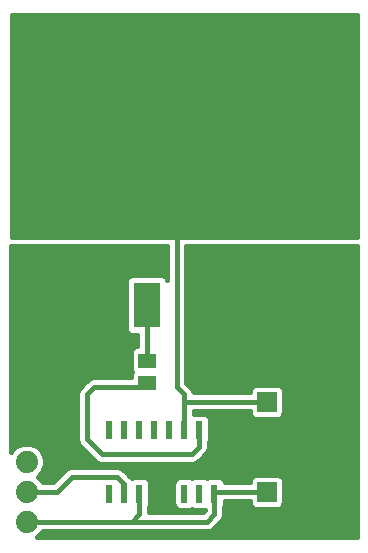
<source format=gtl>
G75*
%MOIN*%
%OFA0B0*%
%FSLAX24Y24*%
%IPPOS*%
%LPD*%
%AMOC8*
5,1,8,0,0,1.08239X$1,22.5*
%
%ADD10R,0.0240X0.0610*%
%ADD11R,0.0913X0.1500*%
%ADD12R,0.4331X0.3799*%
%ADD13R,0.0591X0.0512*%
%ADD14R,0.0650X0.0650*%
%ADD15C,0.0650*%
%ADD16C,0.0740*%
%ADD17C,0.0160*%
%ADD18R,0.1181X0.1181*%
D10*
X004240Y002240D03*
X004740Y002240D03*
X005240Y002240D03*
X005740Y002240D03*
X006240Y002240D03*
X006740Y002240D03*
X007240Y002240D03*
X007740Y002240D03*
X007740Y004360D03*
X007240Y004360D03*
X006740Y004360D03*
X006240Y004360D03*
X005740Y004360D03*
X005240Y004360D03*
X004740Y004360D03*
X004240Y004360D03*
D11*
X005490Y008526D03*
X007490Y008526D03*
D12*
X006490Y012924D03*
D13*
X005490Y006674D03*
X005490Y005926D03*
D14*
X009490Y005300D03*
X009490Y002300D03*
D15*
X009490Y003300D03*
X009490Y006300D03*
D16*
X001490Y001300D03*
X001490Y002300D03*
X001490Y003300D03*
D17*
X001889Y002836D02*
X002573Y002836D01*
X002415Y002678D02*
X001975Y002678D01*
X002007Y002646D02*
X001853Y002800D01*
X002007Y002954D01*
X002100Y003179D01*
X002100Y003421D01*
X002007Y003646D01*
X001836Y003817D01*
X001611Y003910D01*
X001369Y003910D01*
X001144Y003817D01*
X000973Y003646D01*
X000970Y003639D01*
X000970Y010480D01*
X006170Y010480D01*
X006170Y009364D01*
X006150Y009412D01*
X006083Y009480D01*
X005994Y009516D01*
X004986Y009516D01*
X004897Y009480D01*
X004830Y009412D01*
X004793Y009324D01*
X004793Y007729D01*
X004830Y007640D01*
X004897Y007573D01*
X004986Y007536D01*
X005170Y007536D01*
X005170Y007170D01*
X005147Y007170D01*
X005059Y007133D01*
X004991Y007066D01*
X004955Y006978D01*
X004955Y006370D01*
X004984Y006300D01*
X004955Y006230D01*
X004955Y006120D01*
X003676Y006120D01*
X003559Y006071D01*
X003469Y005981D01*
X003219Y005731D01*
X003170Y005614D01*
X003170Y003986D01*
X003219Y003869D01*
X003309Y003779D01*
X003809Y003279D01*
X003926Y003230D01*
X007054Y003230D01*
X007171Y003279D01*
X007261Y003369D01*
X007511Y003619D01*
X007560Y003736D01*
X007560Y003916D01*
X007563Y003919D01*
X007600Y004007D01*
X007600Y004713D01*
X007563Y004801D01*
X007496Y004868D01*
X007408Y004905D01*
X007072Y004905D01*
X007060Y004900D01*
X007060Y004980D01*
X008925Y004980D01*
X008925Y004927D01*
X008962Y004839D01*
X009029Y004772D01*
X009117Y004735D01*
X009863Y004735D01*
X009951Y004772D01*
X010018Y004839D01*
X010055Y004927D01*
X010055Y005673D01*
X010018Y005761D01*
X009951Y005828D01*
X009863Y005865D01*
X009117Y005865D01*
X009029Y005828D01*
X008962Y005761D01*
X008925Y005673D01*
X008925Y005620D01*
X007057Y005620D01*
X007011Y005731D01*
X006810Y005933D01*
X006810Y010480D01*
X012490Y010480D01*
X012490Y000780D01*
X001829Y000780D01*
X001836Y000783D01*
X002007Y000954D01*
X002018Y000980D01*
X007554Y000980D01*
X007671Y001029D01*
X007761Y001119D01*
X008011Y001369D01*
X008060Y001486D01*
X008060Y001796D01*
X008063Y001799D01*
X008100Y001887D01*
X008100Y001980D01*
X008925Y001980D01*
X008925Y001927D01*
X008962Y001839D01*
X009029Y001772D01*
X009117Y001735D01*
X009863Y001735D01*
X009951Y001772D01*
X010018Y001839D01*
X010055Y001927D01*
X010055Y002673D01*
X010018Y002761D01*
X009951Y002828D01*
X009863Y002865D01*
X009117Y002865D01*
X009029Y002828D01*
X008962Y002761D01*
X008925Y002673D01*
X008925Y002620D01*
X008089Y002620D01*
X008063Y002681D01*
X007996Y002748D01*
X007908Y002785D01*
X007572Y002785D01*
X007490Y002751D01*
X007408Y002785D01*
X007072Y002785D01*
X006990Y002751D01*
X006908Y002785D01*
X006572Y002785D01*
X006484Y002748D01*
X006417Y002681D01*
X006380Y002593D01*
X006380Y001887D01*
X006417Y001799D01*
X006484Y001732D01*
X006572Y001695D01*
X006908Y001695D01*
X006990Y001729D01*
X007072Y001695D01*
X007408Y001695D01*
X007420Y001700D01*
X007420Y001683D01*
X007357Y001620D01*
X005560Y001620D01*
X005560Y001796D01*
X005563Y001799D01*
X005600Y001887D01*
X005600Y002593D01*
X005563Y002681D01*
X005496Y002748D01*
X005408Y002785D01*
X005072Y002785D01*
X004991Y002751D01*
X004761Y002981D01*
X004671Y003071D01*
X004554Y003120D01*
X002926Y003120D01*
X002809Y003071D01*
X002357Y002620D01*
X002018Y002620D01*
X002007Y002646D01*
X002024Y002995D02*
X002732Y002995D01*
X002990Y002800D02*
X002490Y002300D01*
X001490Y002300D01*
X002089Y003153D02*
X012490Y003153D01*
X012490Y002995D02*
X004748Y002995D01*
X004907Y002836D02*
X009047Y002836D01*
X008927Y002678D02*
X008065Y002678D01*
X007800Y002300D02*
X007740Y002240D01*
X007740Y001550D01*
X007490Y001300D01*
X004990Y001300D01*
X005240Y001550D01*
X005240Y002240D01*
X005600Y002202D02*
X006380Y002202D01*
X006380Y002044D02*
X005600Y002044D01*
X005599Y001885D02*
X006381Y001885D01*
X006496Y001727D02*
X005560Y001727D01*
X005600Y002361D02*
X006380Y002361D01*
X006380Y002519D02*
X005600Y002519D01*
X005565Y002678D02*
X006415Y002678D01*
X006990Y003550D02*
X003990Y003550D01*
X003490Y004050D01*
X003490Y005550D01*
X003740Y005800D01*
X005364Y005800D01*
X005490Y005926D01*
X004974Y006323D02*
X000970Y006323D01*
X000970Y006165D02*
X004955Y006165D01*
X004955Y006482D02*
X000970Y006482D01*
X000970Y006640D02*
X004955Y006640D01*
X004955Y006799D02*
X000970Y006799D01*
X000970Y006957D02*
X004955Y006957D01*
X005041Y007116D02*
X000970Y007116D01*
X000970Y007274D02*
X005170Y007274D01*
X005170Y007433D02*
X000970Y007433D01*
X000970Y007591D02*
X004879Y007591D01*
X004793Y007750D02*
X000970Y007750D01*
X000970Y007908D02*
X004793Y007908D01*
X004793Y008067D02*
X000970Y008067D01*
X000970Y008225D02*
X004793Y008225D01*
X004793Y008384D02*
X000970Y008384D01*
X000970Y008542D02*
X004793Y008542D01*
X004793Y008701D02*
X000970Y008701D01*
X000970Y008859D02*
X004793Y008859D01*
X004793Y009018D02*
X000970Y009018D01*
X000970Y009176D02*
X004793Y009176D01*
X004798Y009335D02*
X000970Y009335D01*
X000970Y009493D02*
X004929Y009493D01*
X005490Y008526D02*
X005490Y006674D01*
X006490Y005800D02*
X006740Y005550D01*
X006740Y005300D01*
X009490Y005300D01*
X009870Y004738D02*
X012490Y004738D01*
X012490Y004580D02*
X007600Y004580D01*
X007590Y004738D02*
X009110Y004738D01*
X008938Y004897D02*
X007428Y004897D01*
X007600Y004421D02*
X012490Y004421D01*
X012490Y004263D02*
X007600Y004263D01*
X007600Y004104D02*
X012490Y004104D01*
X012490Y003946D02*
X007574Y003946D01*
X007560Y003787D02*
X012490Y003787D01*
X012490Y003629D02*
X007515Y003629D01*
X007363Y003470D02*
X012490Y003470D01*
X012490Y003312D02*
X007204Y003312D01*
X006990Y003550D02*
X007240Y003800D01*
X007240Y004360D01*
X006740Y004360D02*
X006740Y005300D01*
X007029Y005689D02*
X008932Y005689D01*
X009075Y005848D02*
X006895Y005848D01*
X006810Y006006D02*
X012490Y006006D01*
X012490Y005848D02*
X009905Y005848D01*
X010048Y005689D02*
X012490Y005689D01*
X012490Y005531D02*
X010055Y005531D01*
X010055Y005372D02*
X012490Y005372D01*
X012490Y005214D02*
X010055Y005214D01*
X010055Y005055D02*
X012490Y005055D01*
X012490Y004897D02*
X010042Y004897D01*
X009933Y002836D02*
X012490Y002836D01*
X012490Y002678D02*
X010053Y002678D01*
X010055Y002519D02*
X012490Y002519D01*
X012490Y002361D02*
X010055Y002361D01*
X010055Y002202D02*
X012490Y002202D01*
X012490Y002044D02*
X010055Y002044D01*
X010037Y001885D02*
X012490Y001885D01*
X012490Y001727D02*
X008060Y001727D01*
X008060Y001568D02*
X012490Y001568D01*
X012490Y001410D02*
X008028Y001410D01*
X007894Y001251D02*
X012490Y001251D01*
X012490Y001093D02*
X007735Y001093D01*
X008099Y001885D02*
X008943Y001885D01*
X009490Y002300D02*
X007800Y002300D01*
X006996Y001727D02*
X006984Y001727D01*
X004990Y001300D02*
X001490Y001300D01*
X001987Y000934D02*
X012490Y000934D01*
X012490Y006165D02*
X006810Y006165D01*
X006810Y006323D02*
X012490Y006323D01*
X012490Y006482D02*
X006810Y006482D01*
X006810Y006640D02*
X012490Y006640D01*
X012490Y006799D02*
X006810Y006799D01*
X006810Y006957D02*
X012490Y006957D01*
X012490Y007116D02*
X006810Y007116D01*
X006810Y007274D02*
X012490Y007274D01*
X012490Y007433D02*
X006810Y007433D01*
X006810Y007591D02*
X012490Y007591D01*
X012490Y007750D02*
X006810Y007750D01*
X006810Y007908D02*
X012490Y007908D01*
X012490Y008067D02*
X006810Y008067D01*
X006810Y008225D02*
X012490Y008225D01*
X012490Y008384D02*
X006810Y008384D01*
X006810Y008542D02*
X012490Y008542D01*
X012490Y008701D02*
X006810Y008701D01*
X006810Y008859D02*
X012490Y008859D01*
X012490Y009018D02*
X006810Y009018D01*
X006810Y009176D02*
X012490Y009176D01*
X012490Y009335D02*
X006810Y009335D01*
X006810Y009493D02*
X012490Y009493D01*
X012490Y009652D02*
X006810Y009652D01*
X006810Y009810D02*
X012490Y009810D01*
X012490Y009969D02*
X006810Y009969D01*
X006810Y010127D02*
X012490Y010127D01*
X012490Y010286D02*
X006810Y010286D01*
X006810Y010444D02*
X012490Y010444D01*
X012490Y010800D02*
X012490Y018190D01*
X000990Y018190D01*
X000990Y010800D01*
X012490Y010800D01*
X012490Y010920D02*
X000990Y010920D01*
X000990Y011078D02*
X012490Y011078D01*
X012490Y011237D02*
X000990Y011237D01*
X000990Y011395D02*
X012490Y011395D01*
X012490Y011554D02*
X000990Y011554D01*
X000990Y011712D02*
X012490Y011712D01*
X012490Y011871D02*
X000990Y011871D01*
X000990Y012029D02*
X012490Y012029D01*
X012490Y012188D02*
X000990Y012188D01*
X000990Y012346D02*
X012490Y012346D01*
X012490Y012505D02*
X000990Y012505D01*
X000990Y012663D02*
X012490Y012663D01*
X012490Y012822D02*
X000990Y012822D01*
X000990Y012980D02*
X012490Y012980D01*
X012490Y013139D02*
X000990Y013139D01*
X000990Y013297D02*
X012490Y013297D01*
X012490Y013456D02*
X000990Y013456D01*
X000990Y013614D02*
X012490Y013614D01*
X012490Y013773D02*
X000990Y013773D01*
X000990Y013931D02*
X012490Y013931D01*
X012490Y014090D02*
X000990Y014090D01*
X000990Y014248D02*
X012490Y014248D01*
X012490Y014407D02*
X000990Y014407D01*
X000990Y014565D02*
X012490Y014565D01*
X012490Y014724D02*
X000990Y014724D01*
X000990Y014882D02*
X012490Y014882D01*
X012490Y015041D02*
X000990Y015041D01*
X000990Y015199D02*
X012490Y015199D01*
X012490Y015358D02*
X000990Y015358D01*
X000990Y015516D02*
X012490Y015516D01*
X012490Y015675D02*
X000990Y015675D01*
X000990Y015833D02*
X012490Y015833D01*
X012490Y015992D02*
X000990Y015992D01*
X000990Y016150D02*
X012490Y016150D01*
X012490Y016309D02*
X000990Y016309D01*
X000990Y016467D02*
X012490Y016467D01*
X012490Y016626D02*
X000990Y016626D01*
X000990Y016784D02*
X012490Y016784D01*
X012490Y016943D02*
X000990Y016943D01*
X000990Y017101D02*
X012490Y017101D01*
X012490Y017260D02*
X000990Y017260D01*
X000990Y017418D02*
X012490Y017418D01*
X012490Y017577D02*
X000990Y017577D01*
X000990Y017735D02*
X012490Y017735D01*
X012490Y017894D02*
X000990Y017894D01*
X000990Y018052D02*
X012490Y018052D01*
X006490Y012924D02*
X006490Y005800D01*
X004490Y002800D02*
X002990Y002800D01*
X003617Y003470D02*
X002080Y003470D01*
X002100Y003312D02*
X003776Y003312D01*
X003459Y003629D02*
X002014Y003629D01*
X001866Y003787D02*
X003300Y003787D01*
X003187Y003946D02*
X000970Y003946D01*
X000970Y004104D02*
X003170Y004104D01*
X003170Y004263D02*
X000970Y004263D01*
X000970Y004421D02*
X003170Y004421D01*
X003170Y004580D02*
X000970Y004580D01*
X000970Y004738D02*
X003170Y004738D01*
X003170Y004897D02*
X000970Y004897D01*
X000970Y005055D02*
X003170Y005055D01*
X003170Y005214D02*
X000970Y005214D01*
X000970Y005372D02*
X003170Y005372D01*
X003170Y005531D02*
X000970Y005531D01*
X000970Y005689D02*
X003201Y005689D01*
X003335Y005848D02*
X000970Y005848D01*
X000970Y006006D02*
X003493Y006006D01*
X004490Y002800D02*
X004740Y002550D01*
X004740Y002240D01*
X001114Y003787D02*
X000970Y003787D01*
X000970Y009652D02*
X006170Y009652D01*
X006170Y009810D02*
X000970Y009810D01*
X000970Y009969D02*
X006170Y009969D01*
X006170Y010127D02*
X000970Y010127D01*
X000970Y010286D02*
X006170Y010286D01*
X006170Y010444D02*
X000970Y010444D01*
X006051Y009493D02*
X006170Y009493D01*
D18*
X011490Y008800D03*
X011490Y012300D03*
M02*

</source>
